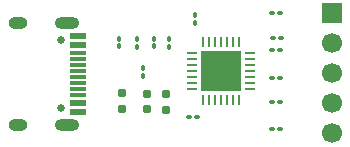
<source format=gts>
G04 #@! TF.GenerationSoftware,KiCad,Pcbnew,9.0.1*
G04 #@! TF.CreationDate,2025-08-21T17:20:26+05:00*
G04 #@! TF.ProjectId,usb_to_uart,7573625f-746f-45f7-9561-72742e6b6963,rev?*
G04 #@! TF.SameCoordinates,Original*
G04 #@! TF.FileFunction,Soldermask,Top*
G04 #@! TF.FilePolarity,Negative*
%FSLAX46Y46*%
G04 Gerber Fmt 4.6, Leading zero omitted, Abs format (unit mm)*
G04 Created by KiCad (PCBNEW 9.0.1) date 2025-08-21 17:20:26*
%MOMM*%
%LPD*%
G01*
G04 APERTURE LIST*
G04 Aperture macros list*
%AMRoundRect*
0 Rectangle with rounded corners*
0 $1 Rounding radius*
0 $2 $3 $4 $5 $6 $7 $8 $9 X,Y pos of 4 corners*
0 Add a 4 corners polygon primitive as box body*
4,1,4,$2,$3,$4,$5,$6,$7,$8,$9,$2,$3,0*
0 Add four circle primitives for the rounded corners*
1,1,$1+$1,$2,$3*
1,1,$1+$1,$4,$5*
1,1,$1+$1,$6,$7*
1,1,$1+$1,$8,$9*
0 Add four rect primitives between the rounded corners*
20,1,$1+$1,$2,$3,$4,$5,0*
20,1,$1+$1,$4,$5,$6,$7,0*
20,1,$1+$1,$6,$7,$8,$9,0*
20,1,$1+$1,$8,$9,$2,$3,0*%
G04 Aperture macros list end*
%ADD10RoundRect,0.100000X-0.130000X-0.100000X0.130000X-0.100000X0.130000X0.100000X-0.130000X0.100000X0*%
%ADD11RoundRect,0.102000X0.200000X-0.240000X0.200000X0.240000X-0.200000X0.240000X-0.200000X-0.240000X0*%
%ADD12RoundRect,0.100000X0.130000X0.100000X-0.130000X0.100000X-0.130000X-0.100000X0.130000X-0.100000X0*%
%ADD13RoundRect,0.062500X-0.337500X-0.062500X0.337500X-0.062500X0.337500X0.062500X-0.337500X0.062500X0*%
%ADD14RoundRect,0.062500X-0.062500X-0.337500X0.062500X-0.337500X0.062500X0.337500X-0.062500X0.337500X0*%
%ADD15R,3.350000X3.350000*%
%ADD16R,1.700000X1.700000*%
%ADD17C,1.700000*%
%ADD18RoundRect,0.100000X0.100000X-0.130000X0.100000X0.130000X-0.100000X0.130000X-0.100000X-0.130000X0*%
%ADD19C,0.650000*%
%ADD20R,1.450000X0.600000*%
%ADD21R,1.450000X0.300000*%
%ADD22O,2.100000X1.000000*%
%ADD23O,1.600000X1.000000*%
%ADD24RoundRect,0.102000X-0.200000X0.240000X-0.200000X-0.240000X0.200000X-0.240000X0.200000X0.240000X0*%
G04 APERTURE END LIST*
D10*
X138125000Y-102200000D03*
X138765000Y-102200000D03*
D11*
X127500000Y-107220000D03*
X127500000Y-105900000D03*
D12*
X138840000Y-101200000D03*
X138200000Y-101200000D03*
D13*
X131350000Y-102480000D03*
X131350000Y-102980000D03*
X131350000Y-103480000D03*
X131350000Y-103980000D03*
X131350000Y-104480000D03*
X131350000Y-104980000D03*
X131350000Y-105480000D03*
D14*
X132300000Y-106430000D03*
X132800000Y-106430000D03*
X133300000Y-106430000D03*
X133800000Y-106430000D03*
X134300000Y-106430000D03*
X134800000Y-106430000D03*
X135300000Y-106430000D03*
D13*
X136250000Y-105480000D03*
X136250000Y-104980000D03*
X136250000Y-104480000D03*
X136250000Y-103980000D03*
X136250000Y-103480000D03*
X136250000Y-102980000D03*
X136250000Y-102480000D03*
D14*
X135300000Y-101530000D03*
X134800000Y-101530000D03*
X134300000Y-101530000D03*
X133800000Y-101530000D03*
X133300000Y-101530000D03*
X132800000Y-101530000D03*
X132300000Y-101530000D03*
D15*
X133800000Y-103980000D03*
D12*
X138765000Y-106600000D03*
X138125000Y-106600000D03*
D16*
X143215000Y-99120000D03*
D17*
X143215000Y-101660000D03*
X143215000Y-104200000D03*
X143215000Y-106740000D03*
X143215000Y-109280000D03*
D18*
X126700000Y-101920000D03*
X126700000Y-101280000D03*
X127200000Y-104420000D03*
X127200000Y-103780000D03*
X125200000Y-101900000D03*
X125200000Y-101260000D03*
D19*
X120240000Y-101360000D03*
X120240000Y-107140000D03*
D20*
X121685000Y-101000000D03*
X121685000Y-101800000D03*
D21*
X121685000Y-103000000D03*
X121685000Y-104000000D03*
X121685000Y-104500000D03*
X121685000Y-105500000D03*
D20*
X121685000Y-106700000D03*
X121685000Y-107500000D03*
X121685000Y-107500000D03*
X121685000Y-106700000D03*
D21*
X121685000Y-106000000D03*
X121685000Y-105000000D03*
X121685000Y-103500000D03*
X121685000Y-102500000D03*
D20*
X121685000Y-101800000D03*
X121685000Y-101000000D03*
D22*
X120770000Y-99930000D03*
D23*
X116590000Y-99930000D03*
D22*
X120770000Y-108570000D03*
D23*
X116590000Y-108570000D03*
D24*
X129100000Y-105940000D03*
X129100000Y-107260000D03*
D12*
X138775000Y-104600000D03*
X138135000Y-104600000D03*
X138765000Y-108900000D03*
X138125000Y-108900000D03*
D24*
X125400000Y-105887500D03*
X125400000Y-107207500D03*
D10*
X131080000Y-107900000D03*
X131720000Y-107900000D03*
D18*
X129400000Y-101920000D03*
X129400000Y-101280000D03*
X128100000Y-101900000D03*
X128100000Y-101260000D03*
D10*
X138125000Y-99100000D03*
X138765000Y-99100000D03*
D18*
X131600000Y-99920000D03*
X131600000Y-99280000D03*
M02*

</source>
